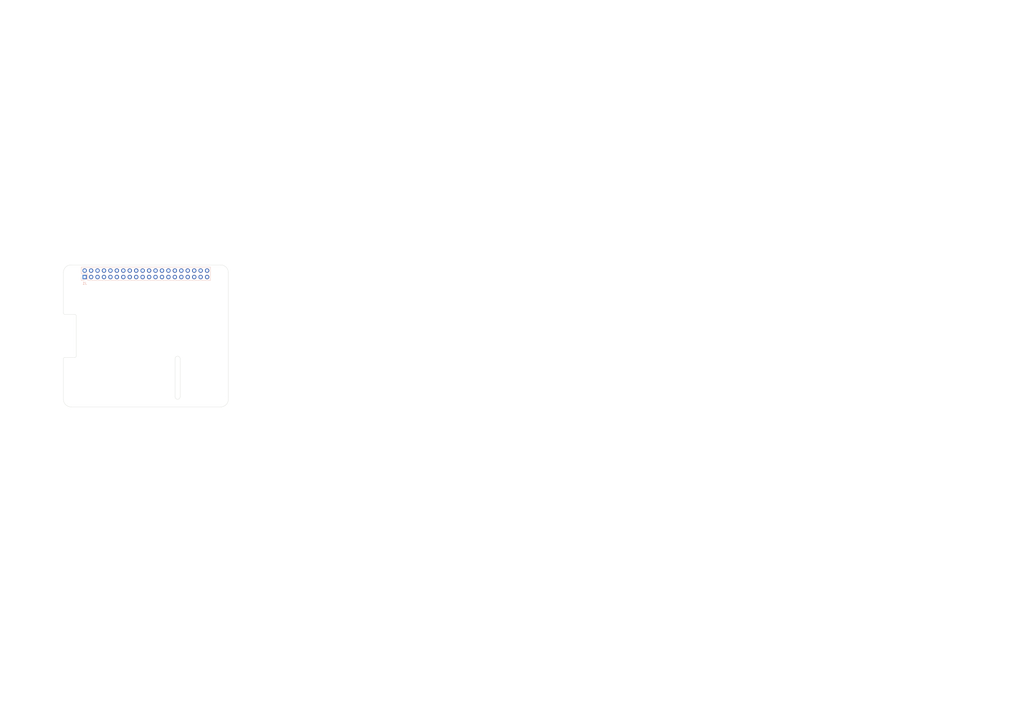
<source format=kicad_pcb>
(kicad_pcb (version 20241229) (generator "pcbnew") (generator_version "9.0")
  (title_block (title "Wzorowy Template") (date "2026-02-03") (rev " A") (company "EASY-EMC") (comment 1 "Engineer: Adam Hadala") (comment 2 "e-mail adress: adam.hadala@Easy-EMC.com") (comment 3 "seond email adress: adam.hadala.20@gmail.com") (comment 4 "phone number: +34 675 546 510"))
  (layers (0 "F.Cu" signal) (2 "B.Cu" signal) (13 "F.Paste" user) (15 "B.Paste" user) (5 "F.SilkS" user "F.Silkscreen") (7 "B.SilkS" user "B.Silkscreen") (1 "F.Mask" user) (3 "B.Mask" user) (25 "Edge.Cuts" user))
  (net 0 "")
  (net 1 "GND")
  (net 2 "/GPIO2{slash}SDA1")
  (net 3 "/GPIO3{slash}SCL1")
  (net 4 "/GPIO4{slash}GPCLK0")
  (net 5 "/GPIO14{slash}TXD0")
  (net 6 "/GPIO15{slash}RXD0")
  (net 7 "/GPIO17")
  (net 8 "/GPIO18{slash}PCM.CLK")
  (net 9 "/GPIO27")
  (net 10 "/GPIO22")
  (net 11 "/GPIO23")
  (net 12 "/GPIO24")
  (net 13 "/GPIO10{slash}SPI0.MOSI")
  (net 14 "/GPIO9{slash}SPI0.MISO")
  (net 15 "/GPIO25")
  (net 16 "/GPIO11{slash}SPI0.SCLK")
  (net 17 "/GPIO8{slash}SPI0.CE0")
  (net 18 "/GPIO7{slash}SPI0.CE1")
  (net 19 "/ID_SDA")
  (net 20 "/ID_SCL")
  (net 21 "/GPIO5")
  (net 22 "/GPIO6")
  (net 23 "/GPIO12{slash}PWM0")
  (net 24 "/GPIO13{slash}PWM1")
  (net 25 "/GPIO19{slash}PCM.FS")
  (net 26 "/GPIO16")
  (net 27 "/GPIO26")
  (net 28 "/GPIO20{slash}PCM.DIN")
  (net 29 "/GPIO21{slash}PCM.DOUT")
  (net 30 "+5V")
  (net 31 "+3V3")
  (footprint "MountingHole:MountingHole_2.7mm_M2.5" (layer "F.Cu") (at 243.81 124.73)
    (property "Reference" "MH2" (hide yes))
    (property "Value" "MountingHole_2.7mm_M2.5" (hide yes))
    (pad "" np_thru_hole circle (at 0 0) (size 2.7 2.7) (drill 2.7) (layers "*.Cu" "*.Mask"))
  )
  (footprint "MountingHole:MountingHole_2.7mm_M2.5" (layer "F.Cu") (at 185.81 173.73)
    (property "Reference" "MH3" (hide yes))
    (property "Value" "MountingHole_2.7mm_M2.5" (hide yes))
    (pad "" np_thru_hole circle (at 0 0) (size 2.7 2.7) (drill 2.7) (layers "*.Cu" "*.Mask"))
  )
  (footprint "MountingHole:MountingHole_2.7mm_M2.5" (layer "F.Cu") (at 185.81 124.73)
    (property "Reference" "MH1" (hide yes))
    (property "Value" "MountingHole_2.7mm_M2.5" (hide yes))
    (pad "" np_thru_hole circle (at 0 0) (size 2.7 2.7) (drill 2.7) (layers "*.Cu" "*.Mask"))
  )
  (footprint "MountingHole:MountingHole_2.7mm_M2.5" (layer "F.Cu") (at 243.81 173.73)
    (property "Reference" "MH4" (hide yes))
    (property "Value" "MountingHole_2.7mm_M2.5" (hide yes))
    (pad "" np_thru_hole circle (at 0 0) (size 2.7 2.7) (drill 2.7) (layers "*.Cu" "*.Mask"))
  )
  (footprint "Connector_PinSocket_2.54mm:PinSocket_2x20_P2.54mm_Vertical" (layer "B.Cu") (at 190.68 126 -90)
    (property "Reference" "J1" (at 2.5 0 0) (layer "B.SilkS") (effects (justify mirror)))
    (property "Value" "GPIO")
    (fp_line (start -3.87 1.33) (end -1.27 1.33) (stroke (width 0.12)) (layer "B.SilkS"))
    (fp_line (start -3.87 1.33) (end -3.87 -49.59) (stroke (width 0.12)) (layer "B.SilkS"))
    (fp_line (start -1.27 1.33) (end -1.27 -1.27) (stroke (width 0.12)) (layer "B.SilkS"))
    (fp_line (start 0 1.33) (end 1.33 1.33) (stroke (width 0.12)) (layer "B.SilkS"))
    (fp_line (start 1.33 1.33) (end 1.33 0) (stroke (width 0.12)) (layer "B.SilkS"))
    (fp_line (start -1.27 -1.27) (end 1.33 -1.27) (stroke (width 0.12)) (layer "B.SilkS"))
    (fp_line (start 1.33 -1.27) (end 1.33 -49.59) (stroke (width 0.12)) (layer "B.SilkS"))
    (fp_line (start -3.87 -49.59) (end 1.33 -49.59) (stroke (width 0.12)) (layer "B.SilkS"))
    (pad "1" thru_hole rect (at 0 0 270) (size 1.7 1.7) (drill 1) (layers "*.Cu" "*.Mask") (net 31 "+3V3"))
    (pad "2" thru_hole oval (at -2.54 0 270) (size 1.7 1.7) (drill 1) (layers "*.Cu" "*.Mask") (net 30 "+5V"))
    (pad "3" thru_hole oval (at 0 -2.54 270) (size 1.7 1.7) (drill 1) (layers "*.Cu" "*.Mask") (net 2 "/GPIO2{slash}SDA1"))
    (pad "4" thru_hole oval (at -2.54 -2.54 270) (size 1.7 1.7) (drill 1) (layers "*.Cu" "*.Mask") (net 30 "+5V"))
    (pad "5" thru_hole oval (at 0 -5.08 270) (size 1.7 1.7) (drill 1) (layers "*.Cu" "*.Mask") (net 3 "/GPIO3{slash}SCL1"))
    (pad "6" thru_hole oval (at -2.54 -5.08 270) (size 1.7 1.7) (drill 1) (layers "*.Cu" "*.Mask") (net 1 "GND"))
    (pad "7" thru_hole oval (at 0 -7.62 270) (size 1.7 1.7) (drill 1) (layers "*.Cu" "*.Mask") (net 4 "/GPIO4{slash}GPCLK0"))
    (pad "8" thru_hole oval (at -2.54 -7.62 270) (size 1.7 1.7) (drill 1) (layers "*.Cu" "*.Mask") (net 5 "/GPIO14{slash}TXD0"))
    (pad "9" thru_hole oval (at 0 -10.16 270) (size 1.7 1.7) (drill 1) (layers "*.Cu" "*.Mask") (net 1 "GND"))
    (pad "10" thru_hole oval (at -2.54 -10.16 270) (size 1.7 1.7) (drill 1) (layers "*.Cu" "*.Mask") (net 6 "/GPIO15{slash}RXD0"))
    (pad "11" thru_hole oval (at 0 -12.7 270) (size 1.7 1.7) (drill 1) (layers "*.Cu" "*.Mask") (net 7 "/GPIO17"))
    (pad "12" thru_hole oval (at -2.54 -12.7 270) (size 1.7 1.7) (drill 1) (layers "*.Cu" "*.Mask") (net 8 "/GPIO18{slash}PCM.CLK"))
    (pad "13" thru_hole oval (at 0 -15.24 270) (size 1.7 1.7) (drill 1) (layers "*.Cu" "*.Mask") (net 9 "/GPIO27"))
    (pad "14" thru_hole oval (at -2.54 -15.24 270) (size 1.7 1.7) (drill 1) (layers "*.Cu" "*.Mask") (net 1 "GND"))
    (pad "15" thru_hole oval (at 0 -17.78 270) (size 1.7 1.7) (drill 1) (layers "*.Cu" "*.Mask") (net 10 "/GPIO22"))
    (pad "16" thru_hole oval (at -2.54 -17.78 270) (size 1.7 1.7) (drill 1) (layers "*.Cu" "*.Mask") (net 11 "/GPIO23"))
    (pad "17" thru_hole oval (at 0 -20.32 270) (size 1.7 1.7) (drill 1) (layers "*.Cu" "*.Mask") (net 31 "+3V3"))
    (pad "18" thru_hole oval (at -2.54 -20.32 270) (size 1.7 1.7) (drill 1) (layers "*.Cu" "*.Mask") (net 12 "/GPIO24"))
    (pad "19" thru_hole oval (at 0 -22.86 270) (size 1.7 1.7) (drill 1) (layers "*.Cu" "*.Mask") (net 13 "/GPIO10{slash}SPI0.MOSI"))
    (pad "20" thru_hole oval (at -2.54 -22.86 270) (size 1.7 1.7) (drill 1) (layers "*.Cu" "*.Mask") (net 1 "GND"))
    (pad "21" thru_hole oval (at 0 -25.4 270) (size 1.7 1.7) (drill 1) (layers "*.Cu" "*.Mask") (net 14 "/GPIO9{slash}SPI0.MISO"))
    (pad "22" thru_hole oval (at -2.54 -25.4 270) (size 1.7 1.7) (drill 1) (layers "*.Cu" "*.Mask") (net 15 "/GPIO25"))
    (pad "23" thru_hole oval (at 0 -27.94 270) (size 1.7 1.7) (drill 1) (layers "*.Cu" "*.Mask") (net 16 "/GPIO11{slash}SPI0.SCLK"))
    (pad "24" thru_hole oval (at -2.54 -27.94 270) (size 1.7 1.7) (drill 1) (layers "*.Cu" "*.Mask") (net 17 "/GPIO8{slash}SPI0.CE0"))
    (pad "25" thru_hole oval (at 0 -30.48 270) (size 1.7 1.7) (drill 1) (layers "*.Cu" "*.Mask") (net 1 "GND"))
    (pad "26" thru_hole oval (at -2.54 -30.48 270) (size 1.7 1.7) (drill 1) (layers "*.Cu" "*.Mask") (net 18 "/GPIO7{slash}SPI0.CE1"))
    (pad "27" thru_hole oval (at 0 -33.02 270) (size 1.7 1.7) (drill 1) (layers "*.Cu" "*.Mask") (net 19 "/ID_SDA"))
    (pad "28" thru_hole oval (at -2.54 -33.02 270) (size 1.7 1.7) (drill 1) (layers "*.Cu" "*.Mask") (net 20 "/ID_SCL"))
    (pad "29" thru_hole oval (at 0 -35.56 270) (size 1.7 1.7) (drill 1) (layers "*.Cu" "*.Mask") (net 21 "/GPIO5"))
    (pad "30" thru_hole oval (at -2.54 -35.56 270) (size 1.7 1.7) (drill 1) (layers "*.Cu" "*.Mask") (net 1 "GND"))
    (pad "31" thru_hole oval (at 0 -38.1 270) (size 1.7 1.7) (drill 1) (layers "*.Cu" "*.Mask") (net 22 "/GPIO6"))
    (pad "32" thru_hole oval (at -2.54 -38.1 270) (size 1.7 1.7) (drill 1) (layers "*.Cu" "*.Mask") (net 23 "/GPIO12{slash}PWM0"))
    (pad "33" thru_hole oval (at 0 -40.64 270) (size 1.7 1.7) (drill 1) (layers "*.Cu" "*.Mask") (net 24 "/GPIO13{slash}PWM1"))
    (pad "34" thru_hole oval (at -2.54 -40.64 270) (size 1.7 1.7) (drill 1) (layers "*.Cu" "*.Mask") (net 1 "GND"))
    (pad "35" thru_hole oval (at 0 -43.18 270) (size 1.7 1.7) (drill 1) (layers "*.Cu" "*.Mask") (net 25 "/GPIO19{slash}PCM.FS"))
    (pad "36" thru_hole oval (at -2.54 -43.18 270) (size 1.7 1.7) (drill 1) (layers "*.Cu" "*.Mask") (net 26 "/GPIO16"))
    (pad "37" thru_hole oval (at 0 -45.72 270) (size 1.7 1.7) (drill 1) (layers "*.Cu" "*.Mask") (net 27 "/GPIO26"))
    (pad "38" thru_hole oval (at -2.54 -45.72 270) (size 1.7 1.7) (drill 1) (layers "*.Cu" "*.Mask") (net 28 "/GPIO20{slash}PCM.DIN"))
    (pad "39" thru_hole oval (at 0 -48.26 270) (size 1.7 1.7) (drill 1) (layers "*.Cu" "*.Mask") (net 1 "GND"))
    (pad "40" thru_hole oval (at -2.54 -48.26 270) (size 1.7 1.7) (drill 1) (layers "*.Cu" "*.Mask") (net 29 "/GPIO21{slash}PCM.DOUT"))
  )
  (gr_arc (start 182.81 140.73) (mid 182.456447 140.583553) (end 182.31 140.23) (stroke (width 0.1)) (layer "Edge.Cuts"))
  (gr_arc (start 244.31 121.23) (mid 246.43132 122.10868) (end 247.31 124.23) (stroke (width 0.1)) (layer "Edge.Cuts"))
  (gr_line (start 247.31 174.23) (end 247.31 124.23) (stroke (width 0.1)) (layer "Edge.Cuts"))
  (gr_line (start 182.31 124.23) (end 182.31 140.23) (stroke (width 0.1)) (layer "Edge.Cuts"))
  (gr_line (start 228.31 158.23) (end 228.31 173.23) (stroke (width 0.1)) (layer "Edge.Cuts"))
  (gr_line (start 226.31 173.23) (end 226.31 158.23) (stroke (width 0.1)) (layer "Edge.Cuts"))
  (gr_arc (start 185.31 177.23) (mid 183.18868 176.35132) (end 182.31 174.23) (stroke (width 0.1)) (layer "Edge.Cuts"))
  (gr_line (start 185.31 177.23) (end 244.31 177.23) (stroke (width 0.1)) (layer "Edge.Cuts"))
  (gr_line (start 186.81 157.73) (end 182.81 157.73) (stroke (width 0.1)) (layer "Edge.Cuts"))
  (gr_arc (start 226.31 158.23) (mid 227.31 157.23) (end 228.31 158.23) (stroke (width 0.1)) (layer "Edge.Cuts"))
  (gr_arc (start 182.31 158.23) (mid 182.456138 157.876755) (end 182.809127 157.730001) (stroke (width 0.1)) (layer "Edge.Cuts"))
  (gr_arc (start 247.31 174.23) (mid 246.43132 176.35132) (end 244.31 177.23) (stroke (width 0.1)) (layer "Edge.Cuts"))
  (gr_line (start 187.31 141.23) (end 187.31 157.23) (stroke (width 0.1)) (layer "Edge.Cuts"))
  (gr_arc (start 182.31 124.23) (mid 183.18868 122.10868) (end 185.31 121.23) (stroke (width 0.1)) (layer "Edge.Cuts"))
  (gr_arc (start 228.31 173.23) (mid 227.31 174.23) (end 226.31 173.23) (stroke (width 0.1)) (layer "Edge.Cuts"))
  (gr_line (start 182.31 158.23) (end 182.31 174.23) (stroke (width 0.1)) (layer "Edge.Cuts"))
  (gr_line (start 182.81 140.73) (end 186.81 140.73) (stroke (width 0.1)) (layer "Edge.Cuts"))
  (gr_arc (start 187.31 157.23) (mid 187.163553 157.583553) (end 186.81 157.73) (stroke (width 0.1)) (layer "Edge.Cuts"))
  (gr_arc (start 186.81 140.73) (mid 187.163553 140.876447) (end 187.31 141.23) (stroke (width 0.1)) (layer "Edge.Cuts"))
  (gr_line (start 244.31 121.23) (end 185.31 121.23) (stroke (width 0.1)) (layer "Edge.Cuts"))
)
</source>
